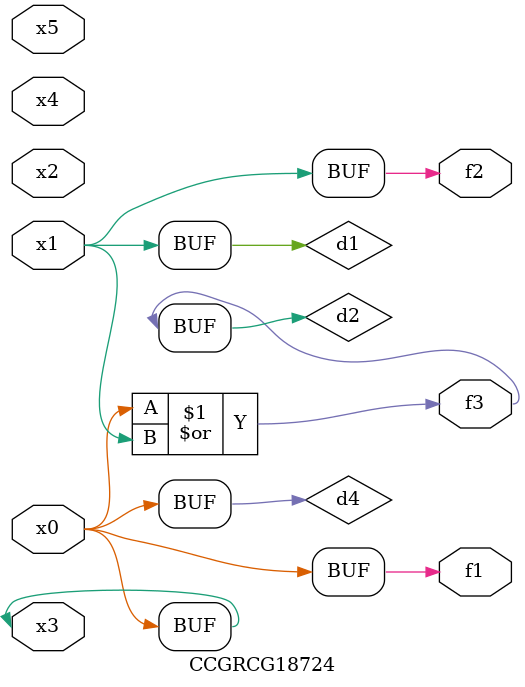
<source format=v>
module CCGRCG18724(
	input x0, x1, x2, x3, x4, x5,
	output f1, f2, f3
);

	wire d1, d2, d3, d4;

	and (d1, x1);
	or (d2, x0, x1);
	nand (d3, x0, x5);
	buf (d4, x0, x3);
	assign f1 = d4;
	assign f2 = d1;
	assign f3 = d2;
endmodule

</source>
